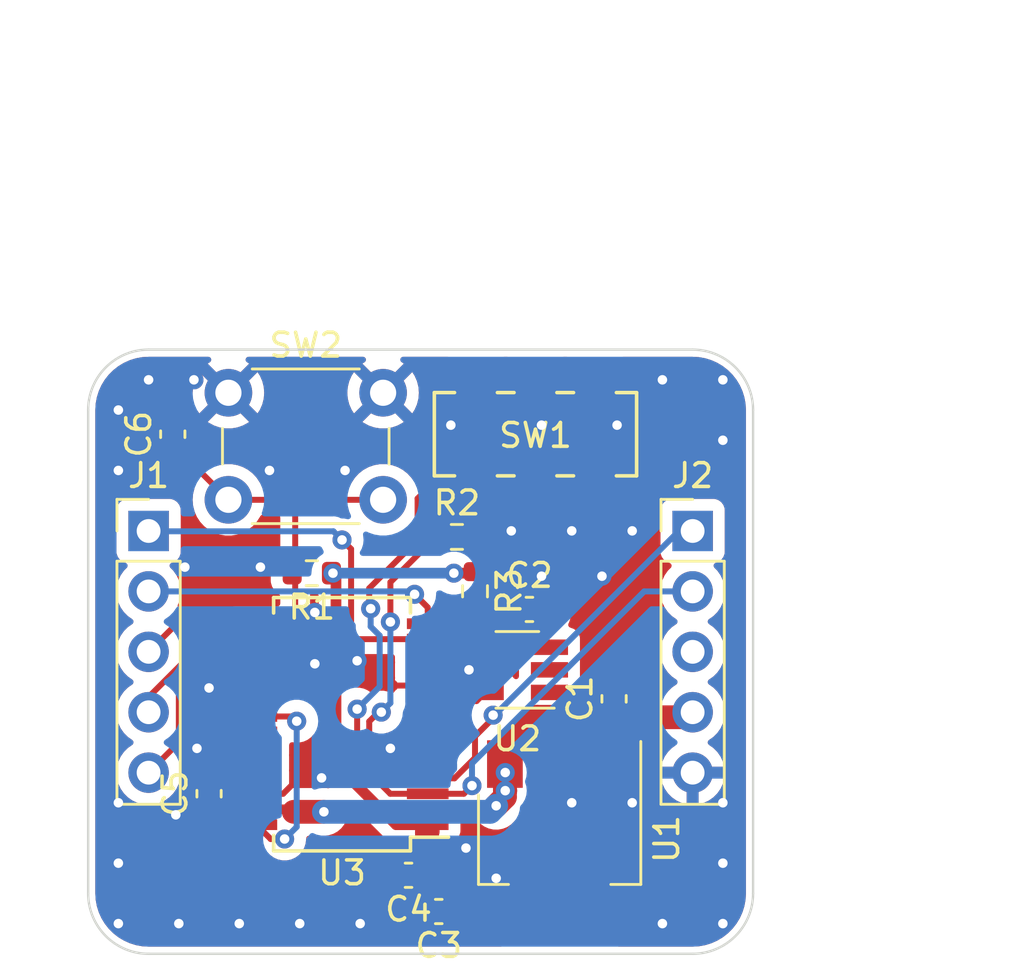
<source format=kicad_pcb>
(kicad_pcb (version 20221018) (generator pcbnew)
  (layers (0 "F.Cu" signal) (31 "B.Cu" signal) (34 "B.Paste" user) (35 "F.Paste" user) (36 "B.SilkS" user "B.Silkscreen") (37 "F.SilkS" user "F.Silkscreen") (38 "B.Mask" user) (39 "F.Mask" user) (44 "Edge.Cuts" user))
  (net 0 "")
  (net 1 "+5V")
  (net 2 "GND")
  (net 3 "+3V3")
  (net 4 "INT")
  (net 5 "SPI_SCK")
  (net 6 "SPI_MOSI")
  (net 7 "SPI_MISO")
  (net 8 "SPI_CS")
  (net 9 "CANH")
  (net 10 "CANL")
  (net 11 "Net-(U3-~{RESET})")
  (net 14 "Net-(U2-OUT)")
  (net 21 "Net-(U3-TXD)")
  (net 22 "Net-(U3-RXD)")
  (net 27 "Net-(SW1A-A)")
  (footprint "Button_Switch_THT:SW_PUSH_6mm_H7.3mm" (layer "F.Cu") (at 132.894 78.014)
    (fp_text reference "SW2" (at 3.25 -2) (layer "F.SilkS"))
    (fp_text value "SW_Push")
    (fp_line (start -0.25 1.5) (end -0.25 3) (stroke (width 0.12)) (layer "F.SilkS"))
    (fp_line (start 1 5.5) (end 5.5 5.5) (stroke (width 0.12)) (layer "F.SilkS"))
    (fp_line (start 5.5 -1) (end 1 -1) (stroke (width 0.12)) (layer "F.SilkS"))
    (fp_line (start 6.75 3) (end 6.75 1.5) (stroke (width 0.12)) (layer "F.SilkS"))
    (pad "1" thru_hole circle (at 0 0 90) (size 2 2) (drill 1.1) (layers "*.Cu" "*.Mask") (net 2 "GND"))
    (pad "1" thru_hole circle (at 6.5 0 90) (size 2 2) (drill 1.1) (layers "*.Cu" "*.Mask") (net 2 "GND"))
    (pad "2" thru_hole circle (at 0 4.5 90) (size 2 2) (drill 1.1) (layers "*.Cu" "*.Mask") (net 11 "Net-(U3-~{RESET})"))
    (pad "2" thru_hole circle (at 6.5 4.5 90) (size 2 2) (drill 1.1) (layers "*.Cu" "*.Mask") (net 11 "Net-(U3-~{RESET})"))
  )
  (footprint "Package_SO:SSOP-28_5.3x10.2mm_P0.65mm" (layer "F.Cu") (at 137.668 91.948 180)
    (fp_text reference "U3" (at 0 -6.25) (layer "F.SilkS"))
    (fp_text value "MCP25625-x-SS")
    (fp_line (start -2.875 -5.325) (end -2.875 -4.75) (stroke (width 0.15)) (layer "F.SilkS"))
    (fp_line (start -2.875 -5.325) (end 2.875 -5.325) (stroke (width 0.15)) (layer "F.SilkS"))
    (fp_line (start -2.875 -4.75) (end -4.475 -4.75) (stroke (width 0.15)) (layer "F.SilkS"))
    (fp_line (start -2.875 5.325) (end -2.875 4.675) (stroke (width 0.15)) (layer "F.SilkS"))
    (fp_line (start -2.875 5.325) (end 2.875 5.325) (stroke (width 0.15)) (layer "F.SilkS"))
    (fp_line (start 2.875 -5.325) (end 2.875 -4.675) (stroke (width 0.15)) (layer "F.SilkS"))
    (fp_line (start 2.875 5.325) (end 2.875 4.675) (stroke (width 0.15)) (layer "F.SilkS"))
    (pad "1" smd rect (at -3.6 -4.225 180) (size 1.75 0.45) (layers "F.Cu" "F.Paste" "F.Mask") (net 3 "+3V3"))
    (pad "2" smd rect (at -3.6 -3.575 180) (size 1.75 0.45) (layers "F.Cu" "F.Paste" "F.Mask"))
    (pad "3" smd rect (at -3.6 -2.925 180) (size 1.75 0.45) (layers "F.Cu" "F.Paste" "F.Mask") (net 10 "CANL"))
    (pad "4" smd rect (at -3.6 -2.275 180) (size 1.75 0.45) (layers "F.Cu" "F.Paste" "F.Mask") (net 9 "CANH"))
    (pad "5" smd rect (at -3.6 -1.625 180) (size 1.75 0.45) (layers "F.Cu" "F.Paste" "F.Mask") (net 2 "GND"))
    (pad "6" smd rect (at -3.6 -0.975 180) (size 1.75 0.45) (layers "F.Cu" "F.Paste" "F.Mask"))
    (pad "7" smd rect (at -3.6 -0.325 180) (size 1.75 0.45) (layers "F.Cu" "F.Paste" "F.Mask"))
    (pad "8" smd rect (at -3.6 0.325 180) (size 1.75 0.45) (layers "F.Cu" "F.Paste" "F.Mask"))
    (pad "9" smd rect (at -3.6 0.975 180) (size 1.75 0.45) (layers "F.Cu" "F.Paste" "F.Mask") (net 14 "Net-(U2-OUT)"))
    (pad "10" smd rect (at -3.6 1.625 180) (size 1.75 0.45) (layers "F.Cu" "F.Paste" "F.Mask") (net 2 "GND"))
    (pad "11" smd rect (at -3.6 2.275 180) (size 1.75 0.45) (layers "F.Cu" "F.Paste" "F.Mask"))
    (pad "12" smd rect (at -3.6 2.925 180) (size 1.75 0.45) (layers "F.Cu" "F.Paste" "F.Mask"))
    (pad "13" smd rect (at -3.6 3.575 180) (size 1.75 0.45) (layers "F.Cu" "F.Paste" "F.Mask") (net 4 "INT"))
    (pad "14" smd rect (at -3.6 4.225 180) (size 1.75 0.45) (layers "F.Cu" "F.Paste" "F.Mask") (net 5 "SPI_SCK"))
    (pad "15" smd rect (at 3.6 4.225 180) (size 1.75 0.45) (layers "F.Cu" "F.Paste" "F.Mask") (net 6 "SPI_MOSI"))
    (pad "16" smd rect (at 3.6 3.575 180) (size 1.75 0.45) (layers "F.Cu" "F.Paste" "F.Mask") (net 7 "SPI_MISO"))
    (pad "17" smd rect (at 3.6 2.925 180) (size 1.75 0.45) (layers "F.Cu" "F.Paste" "F.Mask") (net 8 "SPI_CS"))
    (pad "18" smd rect (at 3.6 2.275 180) (size 1.75 0.45) (layers "F.Cu" "F.Paste" "F.Mask") (net 11 "Net-(U3-~{RESET})"))
    (pad "19" smd rect (at 3.6 1.625 180) (size 1.75 0.45) (layers "F.Cu" "F.Paste" "F.Mask") (net 3 "+3V3"))
    (pad "20" smd rect (at 3.6 0.975 180) (size 1.75 0.45) (layers "F.Cu" "F.Paste" "F.Mask") (net 21 "Net-(U3-TXD)"))
    (pad "21" smd rect (at 3.6 0.325 180) (size 1.75 0.45) (layers "F.Cu" "F.Paste" "F.Mask") (net 22 "Net-(U3-RXD)"))
    (pad "22" smd rect (at 3.6 -0.325 180) (size 1.75 0.45) (layers "F.Cu" "F.Paste" "F.Mask"))
    (pad "23" smd rect (at 3.6 -0.975 180) (size 1.75 0.45) (layers "F.Cu" "F.Paste" "F.Mask"))
    (pad "24" smd rect (at 3.6 -1.625 180) (size 1.75 0.45) (layers "F.Cu" "F.Paste" "F.Mask") (net 21 "Net-(U3-TXD)"))
    (pad "25" smd rect (at 3.6 -2.275 180) (size 1.75 0.45) (layers "F.Cu" "F.Paste" "F.Mask"))
    (pad "26" smd rect (at 3.6 -2.925 180) (size 1.75 0.45) (layers "F.Cu" "F.Paste" "F.Mask") (net 2 "GND"))
    (pad "27" smd rect (at 3.6 -3.575 180) (size 1.75 0.45) (layers "F.Cu" "F.Paste" "F.Mask") (net 1 "+5V"))
    (pad "28" smd rect (at 3.6 -4.225 180) (size 1.75 0.45) (layers "F.Cu" "F.Paste" "F.Mask") (net 22 "Net-(U3-RXD)"))
  )
  (footprint "Capacitor_SMD:C_0603_1608Metric" (layer "F.Cu") (at 145.542 87.122)
    (fp_text reference "C2" (at 0 -1.43) (layer "F.SilkS"))
    (fp_text value "0.1u")
    (fp_line (start -0.14058 -0.51) (end 0.14058 -0.51) (stroke (width 0.12)) (layer "F.SilkS"))
    (fp_line (start -0.14058 0.51) (end 0.14058 0.51) (stroke (width 0.12)) (layer "F.SilkS"))
    (pad "1" smd roundrect (at -0.775 0) (size 0.9 0.95) (layers "F.Cu" "F.Paste" "F.Mask") (net 3 "+3V3"))
    (pad "2" smd roundrect (at 0.775 0) (size 0.9 0.95) (layers "F.Cu" "F.Paste" "F.Mask") (net 2 "GND"))
  )
  (footprint "Capacitor_SMD:C_0603_1608Metric" (layer "F.Cu") (at 132.08 94.869 90)
    (fp_text reference "C5" (at 0 -1.43 90) (layer "F.SilkS"))
    (fp_text value "0.1u")
    (fp_line (start -0.14058 -0.51) (end 0.14058 -0.51) (stroke (width 0.12)) (layer "F.SilkS"))
    (fp_line (start -0.14058 0.51) (end 0.14058 0.51) (stroke (width 0.12)) (layer "F.SilkS"))
    (pad "1" smd roundrect (at -0.775 0 90) (size 0.9 0.95) (layers "F.Cu" "F.Paste" "F.Mask") (net 1 "+5V"))
    (pad "2" smd roundrect (at 0.775 0 90) (size 0.9 0.95) (layers "F.Cu" "F.Paste" "F.Mask") (net 2 "GND"))
  )
  (footprint "Package_TO_SOT_SMD:SOT-23-5_HandSoldering" (layer "F.Cu") (at 145.034 89.662 180)
    (fp_text reference "U2" (at 0 -2.9) (layer "F.SilkS"))
    (fp_text value "~")
    (fp_line (start -0.9 1.61) (end 0.9 1.61) (stroke (width 0.12)) (layer "F.SilkS"))
    (fp_line (start 0.9 -1.61) (end -1.55 -1.61) (stroke (width 0.12)) (layer "F.SilkS"))
    (pad "1" smd rect (at -1.35 -0.95 180) (size 1.56 0.65) (layers "F.Cu" "F.Paste" "F.Mask") (net 2 "GND"))
    (pad "2" smd rect (at -1.35 0 180) (size 1.56 0.65) (layers "F.Cu" "F.Paste" "F.Mask"))
    (pad "3" smd rect (at -1.35 0.95 180) (size 1.56 0.65) (layers "F.Cu" "F.Paste" "F.Mask"))
    (pad "4" smd rect (at 1.35 0.95 180) (size 1.56 0.65) (layers "F.Cu" "F.Paste" "F.Mask") (net 3 "+3V3"))
    (pad "5" smd rect (at 1.35 -0.95 180) (size 1.56 0.65) (layers "F.Cu" "F.Paste" "F.Mask") (net 14 "Net-(U2-OUT)"))
  )
  (footprint "Resistor_SMD:R_0603_1608Metric" (layer "F.Cu") (at 143.256 86.36 -90)
    (fp_text reference "R3" (at 0 -1.43 90) (layer "F.SilkS"))
    (fp_text value "10k")
    (fp_line (start -0.237258 -0.5225) (end 0.237258 -0.5225) (stroke (width 0.12)) (layer "F.SilkS"))
    (fp_line (start -0.237258 0.5225) (end 0.237258 0.5225) (stroke (width 0.12)) (layer "F.SilkS"))
    (pad "1" smd roundrect (at -0.825 0 270) (size 0.8 0.95) (layers "F.Cu" "F.Paste" "F.Mask") (net 3 "+3V3"))
    (pad "2" smd roundrect (at 0.825 0 270) (size 0.8 0.95) (layers "F.Cu" "F.Paste" "F.Mask") (net 4 "INT"))
  )
  (footprint "Connector_PinHeader_2.54mm:PinHeader_1x05_P2.54mm_Vertical" (layer "F.Cu") (at 129.54 83.825)
    (fp_text reference "J1" (at 0 -2.33) (layer "F.SilkS"))
    (fp_text value "Conn_01x05_Pin")
    (fp_line (start -1.33 -1.33) (end 0 -1.33) (stroke (width 0.12)) (layer "F.SilkS"))
    (fp_line (start -1.33 0) (end -1.33 -1.33) (stroke (width 0.12)) (layer "F.SilkS"))
    (fp_line (start -1.33 1.27) (end -1.33 11.49) (stroke (width 0.12)) (layer "F.SilkS"))
    (fp_line (start -1.33 1.27) (end 1.33 1.27) (stroke (width 0.12)) (layer "F.SilkS"))
    (fp_line (start -1.33 11.49) (end 1.33 11.49) (stroke (width 0.12)) (layer "F.SilkS"))
    (fp_line (start 1.33 1.27) (end 1.33 11.49) (stroke (width 0.12)) (layer "F.SilkS"))
    (pad "1" thru_hole rect (at 0 0) (size 1.7 1.7) (drill 1) (layers "*.Cu" "*.Mask") (net 4 "INT"))
    (pad "2" thru_hole oval (at 0 2.54) (size 1.7 1.7) (drill 1) (layers "*.Cu" "*.Mask") (net 5 "SPI_SCK"))
    (pad "3" thru_hole oval (at 0 5.08) (size 1.7 1.7) (drill 1) (layers "*.Cu" "*.Mask") (net 6 "SPI_MOSI"))
    (pad "4" thru_hole oval (at 0 7.62) (size 1.7 1.7) (drill 1) (layers "*.Cu" "*.Mask") (net 7 "SPI_MISO"))
    (pad "5" thru_hole oval (at 0 10.16) (size 1.7 1.7) (drill 1) (layers "*.Cu" "*.Mask") (net 8 "SPI_CS"))
  )
  (footprint "slidesswtich:SSSS213202" (layer "F.Cu") (at 143.296 81.956 90)
    (fp_text reference "SW1" (at 2.15 2.5) (layer "F.SilkS"))
    (fp_text value "SW_DPDT_x2")
    (fp_line (start 0.45 -1.75) (end 3.95 -1.75) (stroke (width 0.15)) (layer "F.SilkS"))
    (fp_line (start 0.45 -0.9) (end 0.45 -1.75) (stroke (width 0.15)) (layer "F.SilkS"))
    (fp_line (start 0.45 0.9) (end 0.45 1.6) (stroke (width 0.15)) (layer "F.SilkS"))
    (fp_line (start 0.45 3.4) (end 0.45 4.1) (stroke (width 0.15)) (layer "F.SilkS"))
    (fp_line (start 0.45 5.9) (end 0.45 6.75) (stroke (width 0.15)) (layer "F.SilkS"))
    (fp_line (start 0.45 6.75) (end 3.95 6.75) (stroke (width 0.15)) (layer "F.SilkS"))
    (fp_line (start 3.95 -1.75) (end 3.95 -0.9) (stroke (width 0.15)) (layer "F.SilkS"))
    (fp_line (start 3.95 0.9) (end 3.95 1.6) (stroke (width 0.15)) (layer "F.SilkS"))
    (fp_line (start 3.95 3.4) (end 3.95 4.1) (stroke (width 0.15)) (layer "F.SilkS"))
    (fp_line (start 3.95 6.75) (end 3.95 5.9) (stroke (width 0.15)) (layer "F.SilkS"))
    (pad "1" smd rect (at 0 0 90) (size 1.4 1.2) (layers "F.Cu" "F.Paste" "F.Mask") (net 27 "Net-(SW1A-A)"))
    (pad "1" smd rect (at 4.4 0 90) (size 1.4 1.2) (layers "F.Cu" "F.Paste" "F.Mask") (net 27 "Net-(SW1A-A)"))
    (pad "2" smd rect (at 0 2.5 90) (size 1.4 1.2) (layers "F.Cu" "F.Paste" "F.Mask") (net 10 "CANL"))
    (pad "2" smd rect (at 4.4 2.5 90) (size 1.4 1.2) (layers "F.Cu" "F.Paste" "F.Mask") (net 10 "CANL"))
    (pad "3" smd rect (at 0 5 90) (size 1.4 1.2) (layers "F.Cu" "F.Paste" "F.Mask"))
    (pad "3" smd rect (at 4.4 5 90) (size 1.4 1.2) (layers "F.Cu" "F.Paste" "F.Mask"))
  )
  (footprint "Connector_PinHeader_2.54mm:PinHeader_1x05_P2.54mm_Vertical" (layer "F.Cu") (at 152.4 83.825)
    (fp_text reference "J2" (at 0 -2.33) (layer "F.SilkS"))
    (fp_text value "Conn_01x05_Pin")
    (fp_line (start -1.33 -1.33) (end 0 -1.33) (stroke (width 0.12)) (layer "F.SilkS"))
    (fp_line (start -1.33 0) (end -1.33 -1.33) (stroke (width 0.12)) (layer "F.SilkS"))
    (fp_line (start -1.33 1.27) (end -1.33 11.49) (stroke (width 0.12)) (layer "F.SilkS"))
    (fp_line (start -1.33 1.27) (end 1.33 1.27) (stroke (width 0.12)) (layer "F.SilkS"))
    (fp_line (start -1.33 11.49) (end 1.33 11.49) (stroke (width 0.12)) (layer "F.SilkS"))
    (fp_line (start 1.33 1.27) (end 1.33 11.49) (stroke (width 0.12)) (layer "F.SilkS"))
    (pad "1" thru_hole rect (at 0 0) (size 1.7 1.7) (drill 1) (layers "*.Cu" "*.Mask") (net 9 "CANH"))
    (pad "2" thru_hole oval (at 0 2.54) (size 1.7 1.7) (drill 1) (layers "*.Cu" "*.Mask") (net 10 "CANL"))
    (pad "3" thru_hole oval (at 0 5.08) (size 1.7 1.7) (drill 1) (layers "*.Cu" "*.Mask"))
    (pad "4" thru_hole oval (at 0 7.62) (size 1.7 1.7) (drill 1) (layers "*.Cu" "*.Mask") (net 1 "+5V"))
    (pad "5" thru_hole oval (at 0 10.16) (size 1.7 1.7) (drill 1) (layers "*.Cu" "*.Mask") (net 2 "GND"))
  )
  (footprint "Resistor_SMD:R_0603_1608Metric" (layer "F.Cu") (at 142.494 84.074)
    (fp_text reference "R2" (at 0 -1.43) (layer "F.SilkS"))
    (fp_text value "120")
    (fp_line (start -0.237258 -0.5225) (end 0.237258 -0.5225) (stroke (width 0.12)) (layer "F.SilkS"))
    (fp_line (start -0.237258 0.5225) (end 0.237258 0.5225) (stroke (width 0.12)) (layer "F.SilkS"))
    (pad "1" smd roundrect (at -0.825 0) (size 0.8 0.95) (layers "F.Cu" "F.Paste" "F.Mask") (net 9 "CANH"))
    (pad "2" smd roundrect (at 0.825 0) (size 0.8 0.95) (layers "F.Cu" "F.Paste" "F.Mask") (net 27 "Net-(SW1A-A)"))
  )
  (footprint "Capacitor_SMD:C_0603_1608Metric" (layer "F.Cu") (at 149.098 90.8812 90)
    (fp_text reference "C1" (at 0 -1.43 90) (layer "F.SilkS"))
    (fp_text value "10u")
    (fp_line (start -0.14058 -0.51) (end 0.14058 -0.51) (stroke (width 0.12)) (layer "F.SilkS"))
    (fp_line (start -0.14058 0.51) (end 0.14058 0.51) (stroke (width 0.12)) (layer "F.SilkS"))
    (pad "1" smd roundrect (at -0.775 0 90) (size 0.9 0.95) (layers "F.Cu" "F.Paste" "F.Mask") (net 1 "+5V"))
    (pad "2" smd roundrect (at 0.775 0 90) (size 0.9 0.95) (layers "F.Cu" "F.Paste" "F.Mask") (net 2 "GND"))
  )
  (footprint "Capacitor_SMD:C_0603_1608Metric" (layer "F.Cu") (at 140.462 98.298 180)
    (fp_text reference "C4" (at 0 -1.43) (layer "F.SilkS"))
    (fp_text value "0.1u")
    (fp_line (start -0.14058 -0.51) (end 0.14058 -0.51) (stroke (width 0.12)) (layer "F.SilkS"))
    (fp_line (start -0.14058 0.51) (end 0.14058 0.51) (stroke (width 0.12)) (layer "F.SilkS"))
    (pad "1" smd roundrect (at -0.775 0 180) (size 0.9 0.95) (layers "F.Cu" "F.Paste" "F.Mask") (net 3 "+3V3"))
    (pad "2" smd roundrect (at 0.775 0 180) (size 0.9 0.95) (layers "F.Cu" "F.Paste" "F.Mask") (net 2 "GND"))
  )
  (footprint "Capacitor_SMD:C_0603_1608Metric" (layer "F.Cu") (at 130.556 79.756 90)
    (fp_text reference "C6" (at 0 -1.43 90) (layer "F.SilkS"))
    (fp_text value "0.1u")
    (fp_line (start -0.14058 -0.51) (end 0.14058 -0.51) (stroke (width 0.12)) (layer "F.SilkS"))
    (fp_line (start -0.14058 0.51) (end 0.14058 0.51) (stroke (width 0.12)) (layer "F.SilkS"))
    (pad "1" smd roundrect (at -0.775 0 90) (size 0.9 0.95) (layers "F.Cu" "F.Paste" "F.Mask") (net 11 "Net-(U3-~{RESET})"))
    (pad "2" smd roundrect (at 0.775 0 90) (size 0.9 0.95) (layers "F.Cu" "F.Paste" "F.Mask") (net 2 "GND"))
  )
  (footprint "Package_TO_SOT_SMD:SOT-223" (layer "F.Cu") (at 146.812 96.774 -90)
    (fp_text reference "U1" (at 0 -4.5 90) (layer "F.SilkS"))
    (fp_text value "LM1117MP-3.3")
    (fp_line (start -4.1 -3.41) (end 1.91 -3.41) (stroke (width 0.12)) (layer "F.SilkS"))
    (fp_line (start -1.85 3.41) (end 1.91 3.41) (stroke (width 0.12)) (layer "F.SilkS"))
    (fp_line (start 1.91 -3.41) (end 1.91 -2.15) (stroke (width 0.12)) (layer "F.SilkS"))
    (fp_line (start 1.91 3.41) (end 1.91 2.15) (stroke (width 0.12)) (layer "F.SilkS"))
    (pad "1" smd rect (at -3.15 -2.3 270) (size 2 1.5) (layers "F.Cu" "F.Paste" "F.Mask") (net 2 "GND"))
    (pad "2" smd rect (at -3.15 0 270) (size 2 1.5) (layers "F.Cu" "F.Paste" "F.Mask") (net 3 "+3V3"))
    (pad "3" smd rect (at -3.15 2.3 270) (size 2 1.5) (layers "F.Cu" "F.Paste" "F.Mask") (net 1 "+5V"))
    (pad "4" smd rect (at 3.15 0 270) (size 2 3.8) (layers "F.Cu" "F.Paste" "F.Mask") (net 3 "+3V3"))
  )
  (footprint "Resistor_SMD:R_0603_1608Metric" (layer "F.Cu") (at 136.398 85.598 180)
    (fp_text reference "R1" (at 0 -1.43) (layer "F.SilkS"))
    (fp_text value "10k")
    (fp_line (start -0.237258 -0.5225) (end 0.237258 -0.5225) (stroke (width 0.12)) (layer "F.SilkS"))
    (fp_line (start -0.237258 0.5225) (end 0.237258 0.5225) (stroke (width 0.12)) (layer "F.SilkS"))
    (pad "1" smd roundrect (at -0.825 0 180) (size 0.8 0.95) (layers "F.Cu" "F.Paste" "F.Mask") (net 3 "+3V3"))
    (pad "2" smd roundrect (at 0.825 0 180) (size 0.8 0.95) (layers "F.Cu" "F.Paste" "F.Mask") (net 11 "Net-(U3-~{RESET})"))
  )
  (footprint "Capacitor_SMD:C_0603_1608Metric" (layer "F.Cu") (at 141.732 99.822 180)
    (fp_text reference "C3" (at 0 -1.43) (layer "F.SilkS"))
    (fp_text value "10u")
    (fp_line (start -0.14058 -0.51) (end 0.14058 -0.51) (stroke (width 0.12)) (layer "F.SilkS"))
    (fp_line (start -0.14058 0.51) (end 0.14058 0.51) (stroke (width 0.12)) (layer "F.SilkS"))
    (pad "1" smd roundrect (at -0.775 0 180) (size 0.9 0.95) (layers "F.Cu" "F.Paste" "F.Mask") (net 3 "+3V3"))
    (pad "2" smd roundrect (at 0.775 0 180) (size 0.9 0.95) (layers "F.Cu" "F.Paste" "F.Mask") (net 2 "GND"))
  )
  (gr_line (start 129.54 76.2) (end 152.4 76.2) (stroke (width 0.1)) (layer "Edge.Cuts"))
  (gr_line (start 152.4 101.6) (end 129.54 101.6) (stroke (width 0.1)) (layer "Edge.Cuts"))
  (gr_arc (start 129.54 101.6) (mid 127.743949 100.856051) (end 127 99.06) (stroke (width 0.1)) (layer "Edge.Cuts"))
  (gr_arc (start 127 78.74) (mid 127.743949 76.943949) (end 129.54 76.2) (stroke (width 0.1)) (layer "Edge.Cuts"))
  (gr_arc (start 152.4 76.2) (mid 154.196051 76.943949) (end 154.94 78.74) (stroke (width 0.1)) (layer "Edge.Cuts"))
  (gr_line (start 127 99.06) (end 127 78.74) (stroke (width 0.1)) (layer "Edge.Cuts"))
  (gr_arc (start 154.94 99.06) (mid 154.196051 100.856051) (end 152.4 101.6) (stroke (width 0.1)) (layer "Edge.Cuts"))
  (gr_line (start 154.94 78.74) (end 154.94 99.06) (stroke (width 0.1)) (layer "Edge.Cuts"))
  (segment (start 144.512 95.01) (end 144.145 95.377) (width 1) (layer "F.Cu") (net 1))
  (segment (start 152.1888 91.6562) (end 149.098 91.6562) (width 1) (layer "F.Cu") (net 1))
  (segment (start 132.086 95.523) (end 132.08 95.517) (width 0.25) (layer "F.Cu") (net 1))
  (segment (start 134.068 95.523) (end 132.086 95.523) (width 0.25) (layer "F.Cu") (net 1))
  (segment (start 144.512 94.756) (end 144.512 95.01) (width 1) (layer "F.Cu") (net 1))
  (segment (start 144.512 93.624) (end 144.512 94.728) (width 1) (layer "F.Cu") (net 1))
  (segment (start 148.914 91.637) (end 145.853 91.637) (width 1) (layer "F.Cu") (net 1))
  (segment (start 144.526 94.742) (end 144.512 94.756) (width 1) (layer "F.Cu") (net 1))
  (segment (start 144.512 92.978) (end 144.526 93.98) (width 1) (layer "F.Cu") (net 1))
  (segment (start 144.512 94.728) (end 144.526 94.742) (width 1) (layer "F.Cu") (net 1))
  (segment (start 136.906 95.631) (end 135.643 95.631) (width 1) (layer "F.Cu") (net 1))
  (segment (start 152.4 91.445) (end 152.1888 91.6562) (width 1) (layer "F.Cu") (net 1))
  (segment (start 145.853 91.637) (end 144.512 92.978) (width 1) (layer "F.Cu") (net 1))
  (segment (start 144.526 93.98) (end 144.512 93.624) (width 1) (layer "F.Cu") (net 1))
  (segment (start 135.643 95.631) (end 135.535 95.523) (width 0.4) (layer "F.Cu") (net 1))
  (segment (start 135.535 95.523) (end 134.068 95.523) (width 0.4) (layer "F.Cu") (net 1))
  (via (at 136.906 95.631) (size 0.8) (drill 0.4) (layers "F.Cu" "B.Cu") (net 1))
  (via (at 144.526 93.98) (size 0.8) (drill 0.4) (layers "F.Cu" "B.Cu") (net 1))
  (via (at 144.145 95.377) (size 0.8) (drill 0.4) (layers "F.Cu" "B.Cu") (net 1))
  (via (at 144.526 94.742) (size 0.8) (drill 0.4) (layers "F.Cu" "B.Cu") (net 1))
  (segment (start 136.906 95.631) (end 143.891 95.631) (width 1) (layer "B.Cu") (net 1))
  (segment (start 143.891 95.631) (end 144.145 95.377) (width 1) (layer "B.Cu") (net 1))
  (segment (start 135.861136 94.204864) (end 136.808136 94.204864) (width 0.25) (layer "F.Cu") (net 2))
  (segment (start 141.268 93.573) (end 140.309 93.573) (width 0.25) (layer "F.Cu") (net 2))
  (segment (start 131.572 93.586) (end 132.08 94.094) (width 0.25) (layer "F.Cu") (net 2))
  (segment (start 141.268 90.323) (end 142.341 90.323) (width 0.25) (layer "F.Cu") (net 2))
  (segment (start 132.08 94.094) (end 130.683 95.491) (width 0.25) (layer "F.Cu") (net 2))
  (segment (start 132.08 93.967) (end 132.986 94.873) (width 0.25) (layer "F.Cu") (net 2))
  (segment (start 130.683 95.491) (end 130.683 95.758) (width 0.25) (layer "F.Cu") (net 2))
  (segment (start 142.341 90.323) (end 143.002 89.662) (width 0.25) (layer "F.Cu") (net 2))
  (segment (start 135.193 94.873) (end 135.861136 94.204864) (width 0.25) (layer "F.Cu") (net 2))
  (segment (start 140.309 93.573) (end 139.7 92.964) (width 0.25) (layer "F.Cu") (net 2))
  (segment (start 131.572 92.964) (end 131.572 93.586) (width 0.25) (layer "F.Cu") (net 2))
  (segment (start 141.268 90.323) (end 139.345 90.323) (width 0.25) (layer "F.Cu") (net 2))
  (segment (start 134.068 94.873) (end 135.193 94.873) (width 0.25) (layer "F.Cu") (net 2))
  (segment (start 132.986 94.873) (end 134.068 94.873) (width 0.25) (layer "F.Cu") (net 2))
  (segment (start 139.345 90.323) (end 138.303 89.281) (width 0.25) (layer "F.Cu") (net 2))
  (via (at 136.808136 94.204864) (size 0.8) (drill 0.4) (layers "F.Cu" "B.Cu") (net 2))
  (via (at 151.13 100.33) (size 0.8) (drill 0.4) (layers "F.Cu" "B.Cu") (net 2))
  (via (at 142.875 97.155) (size 0.8) (drill 0.4) (layers "F.Cu" "B.Cu") (net 2))
  (via (at 146.05 85.725) (size 0.8) (drill 0.4) (layers "F.Cu" "B.Cu") (net 2))
  (via (at 128.27 78.74) (size 0.8) (drill 0.4) (layers "F.Cu" "B.Cu") (net 2))
  (via (at 149.86 83.82) (size 0.8) (drill 0.4) (layers "F.Cu" "B.Cu") (net 2))
  (via (at 147.32 95.25) (size 0.8) (drill 0.4) (layers "F.Cu" "B.Cu") (net 2))
  (via (at 144.145 98.425) (size 0.8) (drill 0.4) (layers "F.Cu" "B.Cu") (net 2))
  (via (at 131.064 85.344) (size 0.8) (drill 0.4) (layers "F.Cu" "B.Cu") (net 2))
  (via (at 134.62 81.28) (size 0.8) (drill 0.4) (layers "F.Cu" "B.Cu") (net 2))
  (via (at 153.67 80.01) (size 0.8) (drill 0.4) (layers "F.Cu" "B.Cu") (net 2))
  (via (at 148.59 85.725) (size 0.8) (drill 0.4) (layers "F.Cu" "B.Cu") (net 2))
  (via (at 136.525 89.408) (size 0.8) (drill 0.4) (layers "F.Cu" "B.Cu") (net 2))
  (via (at 129.54 77.47) (size 0.8) (drill 0.4) (layers "F.Cu" "B.Cu") (net 2))
  (via (at 128.27 95.25) (size 0.8) (drill 0.4) (layers "F.Cu" "B.Cu") (net 2))
  (via (at 128.27 100.33) (size 0.8) (drill 0.4) (layers "F.Cu" "B.Cu") (net 2))
  (via (at 153.67 77.47) (size 0.8) (drill 0.4) (layers "F.Cu" "B.Cu") (net 2))
  (via (at 149.86 95.25) (size 0.8) (drill 0.4) (layers "F.Cu" "B.Cu") (net 2))
  (via (at 130.683 95.758) (size 0.8) (drill 0.4) (layers "F.Cu" "B.Cu") (net 2))
  (via (at 142.24 79.375) (size 0.8) (drill 0.4) (layers "F.Cu" "B.Cu") (net 2))
  (via (at 147.32 83.82) (size 0.8) (drill 0.4) (layers "F.Cu" "B.Cu") (net 2))
  (via (at 153.67 100.33) (size 0.8) (drill 0.4) (layers "F.Cu" "B.Cu") (net 2))
  (via (at 128.27 81.28) (size 0.8) (drill 0.4) (layers "F.Cu" "B.Cu") (net 2))
  (via (at 146.05 79.375) (size 0.8) (drill 0.4) (layers "F.Cu" "B.Cu") (net 2))
  (via (at 128.27 97.79) (size 0.8) (drill 0.4) (layers "F.Cu" "B.Cu") (net 2))
  (via (at 137.795 81.28) (size 0.8) (drill 0.4) (layers "F.Cu" "B.Cu") (net 2))
  (via (at 135.89 100.33) (size 0.8) (drill 0.4) (layers "F.Cu" "B.Cu") (net 2))
  (via (at 136.525 87.249) (size 0.8) (drill 0.4) (layers "F.Cu" "B.Cu") (net 2))
  (via (at 138.303 89.281) (size 0.8) (drill 0.4) (layers "F.Cu" "B.Cu") (net 2))
  (via (at 143.002 89.662) (size 0.8) (drill 0.4) (layers "F.Cu" "B.Cu") (net 2))
  (via (at 151.13 77.47) (size 0.8) (drill 0.4) (layers "F.Cu" "B.Cu") (net 2))
  (via (at 132.08 90.424) (size 0.8) (drill 0.4) (layers "F.Cu" "B.Cu") (net 2))
  (via (at 134.239 85.344) (size 0.8) (drill 0.4) (layers "F.Cu" "B.Cu") (net 2))
  (via (at 139.7 92.964) (size 0.8) (drill 0.4) (layers "F.Cu" "B.Cu") (net 2))
  (via (at 138.43 100.33) (size 0.8) (drill 0.4) (layers "F.Cu" "B.Cu") (net 2))
  (via (at 153.67 95.25) (size 0.8) (drill 0.4) (layers "F.Cu" "B.Cu") (net 2))
  (via (at 130.81 100.33) (size 0.8) (drill 0.4) (layers "F.Cu" "B.Cu") (net 2))
  (via (at 131.572 92.964) (size 0.8) (drill 0.4) (layers "F.Cu" "B.Cu") (net 2))
  (via (at 144.78 83.82) (size 0.8) (drill 0.4) (layers "F.Cu" "B.Cu") (net 2))
  (via (at 149.225 79.375) (size 0.8) (drill 0.4) (layers "F.Cu" "B.Cu") (net 2))
  (via (at 131.445 77.47) (size 0.8) (drill 0.4) (layers "F.Cu" "B.Cu") (net 2))
  (via (at 153.67 97.79) (size 0.8) (drill 0.4) (layers "F.Cu" "B.Cu") (net 2))
  (via (at 133.35 100.33) (size 0.8) (drill 0.4) (layers "F.Cu" "B.Cu") (net 2))
  (segment (start 146.812 99.924) (end 142.863 99.924) (width 1) (layer "F.Cu") (net 3))
  (segment (start 143.256 85.535) (end 143.955 85.535) (width 0.45) (layer "F.Cu") (net 3))
  (segment (start 137.414 93.644) (end 137.414 85.789) (width 0.45) (layer "F.Cu") (net 3))
  (segment (start 141.237 96.479) (end 141.268 96.448) (width 1) (layer "F.Cu") (net 3))
  (segment (start 137.377 90.323) (end 134.068 90.323) (width 0.45) (layer "F.Cu") (net 3))
  (segment (start 141.268 96.173) (end 139.943 96.173) (width 0.45) (layer "F.Cu") (net 3))
  (segment (start 143.193 85.598) (end 143.256 85.535) (width 0.45) (layer "F.Cu") (net 3))
  (segment (start 144.767 87.629) (end 143.684 88.712) (width 0.45) (layer "F.Cu") (net 3))
  (segment (start 133.978 90.233) (end 134.068 90.323) (width 0.25) (layer "F.Cu") (net 3))
  (segment (start 137.414 85.789) (end 137.223 85.598) (width 0.45) (layer "F.Cu") (net 3))
  (segment (start 144.767 87.122) (end 144.767 87.629) (width 0.45) (layer "F.Cu") (net 3))
  (segment (start 141.237 98.298) (end 141.237 96.479) (width 1) (layer "F.Cu") (net 3))
  (segment (start 139.943 96.173) (end 137.414 93.644) (width 0.45) (layer "F.Cu") (net 3))
  (segment (start 143.955 85.535) (end 144.767 86.347) (width 0.45) (layer "F.Cu") (net 3))
  (segment (start 144.767 86.347) (end 144.767 87.122) (width 0.45) (layer "F.Cu") (net 3))
  (segment (start 142.863 99.924) (end 141.237 98.298) (width 1) (layer "F.Cu") (net 3))
  (segment (start 142.367 85.598) (end 143.193 85.598) (width 0.45) (layer "F.Cu") (net 3))
  (via (at 142.367 85.598) (size 0.8) (drill 0.4) (layers "F.Cu" "B.Cu") (net 3))
  (via (at 137.287 85.598) (size 0.8) (drill 0.4) (layers "F.Cu" "B.Cu") (net 3))
  (segment (start 137.223 85.598) (end 137.287 85.598) (width 0.45) (layer "B.Cu") (net 3))
  (segment (start 137.287 85.598) (end 142.367 85.598) (width 0.45) (layer "B.Cu") (net 3))
  (segment (start 138.284 88.373) (end 141.268 88.373) (width 0.25) (layer "F.Cu") (net 4))
  (segment (start 138.049 88.138) (end 138.284 88.373) (width 0.25) (layer "F.Cu") (net 4))
  (segment (start 142.393 88.373) (end 141.268 88.373) (width 0.25) (layer "F.Cu") (net 4))
  (segment (start 138.049 84.582) (end 138.049 88.138) (width 0.25) (layer "F.Cu") (net 4))
  (segment (start 143.256 87.185) (end 143.256 87.51) (width 0.25) (layer "F.Cu") (net 4))
  (segment (start 137.668 84.201) (end 138.049 84.582) (width 0.25) (layer "F.Cu") (net 4))
  (segment (start 143.256 87.51) (end 142.393 88.373) (width 0.25) (layer "F.Cu") (net 4))
  (via (at 137.668 84.201) (size 0.8) (drill 0.4) (layers "F.Cu" "B.Cu") (net 4))
  (segment (start 137.306 83.839) (end 129.554 83.839) (width 0.25) (layer "B.Cu") (net 4))
  (segment (start 129.554 83.839) (end 129.54 83.825) (width 0.25) (layer "B.Cu") (net 4))
  (segment (start 137.668 84.201) (end 137.306 83.839) (width 0.25) (layer "B.Cu") (net 4))
  (segment (start 141.268 87.039) (end 140.716 86.487) (width 0.25) (layer "F.Cu") (net 5))
  (segment (start 141.268 87.723) (end 141.268 87.039) (width 0.25) (layer "F.Cu") (net 5))
  (segment (start 140.716 86.487) (end 141.224 86.995) (width 0.25) (layer "F.Cu") (net 5))
  (via (at 140.716 86.487) (size 0.8) (drill 0.4) (layers "F.Cu" "B.Cu") (net 5))
  (segment (start 140.594 86.365) (end 140.716 86.487) (width 0.25) (layer "B.Cu") (net 5))
  (segment (start 129.54 86.365) (end 140.594 86.365) (width 0.25) (layer "B.Cu") (net 5))
  (segment (start 130.722 87.723) (end 134.068 87.723) (width 0.25) (layer "F.Cu") (net 6))
  (segment (start 129.54 88.905) (end 130.722 87.723) (width 0.25) (layer "F.Cu") (net 6))
  (segment (start 129.54 90.805) (end 131.972 88.373) (width 0.25) (layer "F.Cu") (net 7))
  (segment (start 129.54 91.445) (end 129.54 90.805) (width 0.25) (layer "F.Cu") (net 7))
  (segment (start 131.972 88.373) (end 134.068 88.373) (width 0.25) (layer "F.Cu") (net 7))
  (segment (start 130.81 90.424) (end 130.81 92.715) (width 0.25) (layer "F.Cu") (net 8))
  (segment (start 134.068 89.023) (end 132.211 89.023) (width 0.25) (layer "F.Cu") (net 8))
  (segment (start 132.211 89.023) (end 130.81 90.424) (width 0.25) (layer "F.Cu") (net 8))
  (segment (start 130.81 92.715) (end 129.54 93.985) (width 0.25) (layer "F.Cu") (net 8))
  (segment (start 138.811 93.345) (end 139.689 94.223) (width 0.25) (layer "F.Cu") (net 9))
  (segment (start 138.811 91.830305) (end 138.811 93.345) (width 0.25) (layer "F.Cu") (net 9))
  (segment (start 143.256 93.36) (end 142.393 94.223) (width 0.25) (layer "F.Cu") (net 9))
  (segment (start 139.319 91.44) (end 139.201305 91.44) (width 0.25) (layer "F.Cu") (net 9))
  (segment (start 144.018 91.567) (end 144.018 91.694) (width 0.25) (layer "F.Cu") (net 9))
  (segment (start 143.256 92.456) (end 143.256 93.36) (width 0.25) (layer "F.Cu") (net 9))
  (segment (start 144.018 91.694) (end 143.256 92.456) (width 0.25) (layer "F.Cu") (net 9))
  (segment (start 139.689 94.223) (end 141.268 94.223) (width 0.25) (layer "F.Cu") (net 9))
  (segment (start 139.201305 91.44) (end 138.811 91.830305) (width 0.25) (layer "F.Cu") (net 9))
  (segment (start 142.393 94.223) (end 141.268 94.223) (width 0.25) (layer "F.Cu") (net 9))
  (segment (start 141.605 84.074) (end 141.669 84.074) (width 0.25) (layer "F.Cu") (net 9))
  (segment (start 139.7 87.648) (end 139.7 85.979) (width 0.25) (layer "F.Cu") (net 9))
  (segment (start 139.7 85.979) (end 141.605 84.074) (width 0.25) (layer "F.Cu") (net 9))
  (via (at 139.7 87.648) (size 0.8) (drill 0.4) (layers "F.Cu" "B.Cu") (net 9))
  (via (at 139.319 91.44) (size 0.8) (drill 0.4) (layers "F.Cu" "B.Cu") (net 9))
  (via (at 144.018 91.567) (size 0.8) (drill 0.4) (layers "F.Cu" "B.Cu") (net 9))
  (segment (start 144.0815 91.567) (end 151.8235 83.825) (width 0.25) (layer "B.Cu") (net 9))
  (segment (start 144.018 91.567) (end 144.0815 91.567) (width 0.25) (layer "B.Cu") (net 9))
  (segment (start 139.319 91.44) (end 139.7 91.059) (width 0.25) (layer "B.Cu") (net 9))
  (segment (start 151.8235 83.825) (end 152.4 83.825) (width 0.25) (layer "B.Cu") (net 9))
  (segment (start 139.7 91.059) (end 139.7 87.648) (width 0.25) (layer "B.Cu") (net 9))
  (segment (start 144.771 80.931) (end 145.796 81.956) (width 0.25) (layer "F.Cu") (net 10))
  (segment (start 140.843 84.201) (end 140.843 82.459) (width 0.25) (layer "F.Cu") (net 10))
  (segment (start 142.787 94.873) (end 141.268 94.873) (width 0.25) (layer "F.Cu") (net 10))
  (segment (start 138.811 87.029637) (end 138.811 86.233) (width 0.25) (layer "F.Cu") (net 10))
  (segment (start 138.871363 87.09) (end 138.811 87.029637) (width 0.25) (layer "F.Cu") (net 10))
  (segment (start 140.843 82.459) (end 142.371 80.931) (width 0.25) (layer "F.Cu") (net 10))
  (segment (start 139.694695 94.873) (end 141.268 94.873) (width 0.25) (layer "F.Cu") (net 10))
  (segment (start 138.303 93.481305) (end 139.694695 94.873) (width 0.25) (layer "F.Cu") (net 10))
  (segment (start 138.811 86.233) (end 140.843 84.201) (width 0.25) (layer "F.Cu") (net 10))
  (segment (start 138.303 91.313) (end 138.303 93.481305) (width 0.25) (layer "F.Cu") (net 10))
  (segment (start 143.129 94.531) (end 142.787 94.873) (width 0.25) (layer "F.Cu") (net 10))
  (segment (start 142.371 80.931) (end 144.771 80.931) (width 0.25) (layer "F.Cu") (net 10))
  (via (at 138.303 91.313) (size 0.8) (drill 0.4) (layers "F.Cu" "B.Cu") (net 10))
  (via (at 138.871363 87.09) (size 0.8) (drill 0.4) (layers "F.Cu" "B.Cu") (net 10))
  (via (at 143.129 94.531) (size 0.8) (drill 0.4) (layers "F.Cu" "B.Cu") (net 10))
  (segment (start 138.871363 87.844668) (end 138.871363 87.09) (width 0.25) (layer "B.Cu") (net 10))
  (segment (start 150.363 86.365) (end 152.4 86.365) (width 0.25) (layer "B.Cu") (net 10))
  (segment (start 139.25 88.223305) (end 138.871363 87.844668) (width 0.25) (layer "B.Cu") (net 10))
  (segment (start 139.25 90.366) (end 139.25 88.223305) (width 0.25) (layer "B.Cu") (net 10))
  (segment (start 143.129 94.531) (end 143.129 93.599) (width 0.25) (layer "B.Cu") (net 10))
  (segment (start 143.129 93.599) (end 150.363 86.365) (width 0.25) (layer "B.Cu") (net 10))
  (segment (start 138.303 91.313) (end 139.25 90.366) (width 0.25) (layer "B.Cu") (net 10))
  (segment (start 135.193 89.673) (end 134.068 89.673) (width 0.25) (layer "F.Cu") (net 11))
  (segment (start 135.7 89.166) (end 135.193 89.673) (width 0.25) (layer "F.Cu") (net 11))
  (segment (start 130.911 80.531) (end 132.894 82.514) (width 0.25) (layer "F.Cu") (net 11))
  (segment (start 135.7 82.578) (end 135.636 82.514) (width 0.25) (layer "F.Cu") (net 11))
  (segment (start 132.894 82.514) (end 135.636 82.514) (width 0.25) (layer "F.Cu") (net 11))
  (segment (start 135.7 85.598) (end 135.7 89.166) (width 0.25) (layer "F.Cu") (net 11))
  (segment (start 135.636 82.514) (end 139.394 82.514) (width 0.25) (layer "F.Cu") (net 11))
  (segment (start 130.556 80.531) (end 130.911 80.531) (width 0.25) (layer "F.Cu") (net 11))
  (segment (start 135.7 85.598) (end 135.7 82.578) (width 0.25) (layer "F.Cu") (net 11))
  (segment (start 143.684 90.612) (end 143.323 90.973) (width 0.25) (layer "F.Cu") (net 14))
  (segment (start 143.323 90.973) (end 141.268 90.973) (width 0.25) (layer "F.Cu") (net 14))
  (segment (start 132.461 93.192) (end 132.842 93.573) (width 0.25) (layer "F.Cu") (net 21))
  (segment (start 132.842 93.573) (end 134.068 93.573) (width 0.25) (layer "F.Cu") (net 21))
  (segment (start 132.461 91.455) (end 132.461 93.192) (width 0.25) (layer "F.Cu") (net 21))
  (segment (start 132.943 90.973) (end 132.461 91.455) (width 0.25) (layer "F.Cu") (net 21))
  (segment (start 134.068 90.973) (end 132.943 90.973) (width 0.25) (layer "F.Cu") (net 21))
  (segment (start 135.565 91.623) (end 135.763 91.821) (width 0.25) (layer "F.Cu") (net 22))
  (segment (start 134.068 91.623) (end 135.565 91.623) (width 0.25) (layer "F.Cu") (net 22))
  (segment (start 135.255 96.774) (end 134.669 96.774) (width 0.25) (layer "F.Cu") (net 22))
  (segment (start 134.669 96.774) (end 134.068 96.173) (width 0.25) (layer "F.Cu") (net 22))
  (via (at 135.255 96.774) (size 0.8) (drill 0.4) (layers "F.Cu" "B.Cu") (net 22))
  (via (at 135.763 91.821) (size 0.8) (drill 0.4) (layers "F.Cu" "B.Cu") (net 22))
  (segment (start 135.763 96.266) (end 135.255 96.774) (width 0.25) (layer "B.Cu") (net 22))
  (segment (start 135.763 91.821) (end 135.763 96.266) (width 0.25) (layer "B.Cu") (net 22))
  (segment (start 143.319 81.979) (end 143.296 81.956) (width 0.25) (layer "F.Cu") (net 27))
  (segment (start 143.319 84.074) (end 143.319 81.979) (width 0.25) (layer "F.Cu") (net 27))
  (zone (net 2) (net_name "GND") (layers "F&B.Cu") (connect_pads (clearance 0.5)) (min_thickness 0.25) (fill yes (thermal_gap 0.5) (thermal_bridge_width 0.5))
    (polygon (pts (xy 127 76.2) (xy 127 101.6) (xy 154.94 101.6) (xy 154.94 76.2)))
  )
)
</source>
